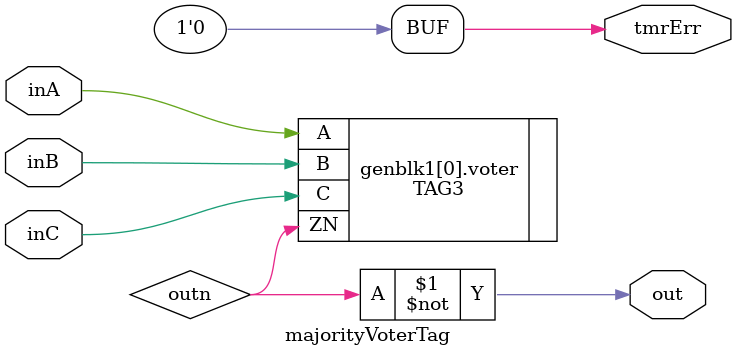
<source format=v>
/**
 *  File  : majorityVoterTag.v
 *  Author: Szymon Kulis (CERN)
 **/

`timescale 1ps/1ps

module majorityVoterTag (inA, inB, inC, out, tmrErr);
  // tmrg do_not_touch
  parameter WIDTH = 1;
  input   [(WIDTH-1):0]   inA, inB, inC;
  output  [(WIDTH-1):0]   out;
  output                  tmrErr;
  assign tmrErr=1'b0;
  genvar i;
  wire  [(WIDTH-1):0]   outn;
  for (i=0;i<WIDTH;i=i+1)
  begin
    TAG3 voter(.A(inA[i]), .B(inB[i]), .C(inC[i]), .ZN(outn[i]));
//    INVD2 inv(.I(outn[i]),.ZN(out[i]));
    assign out[i] = ~outn[i];
  end

endmodule


</source>
